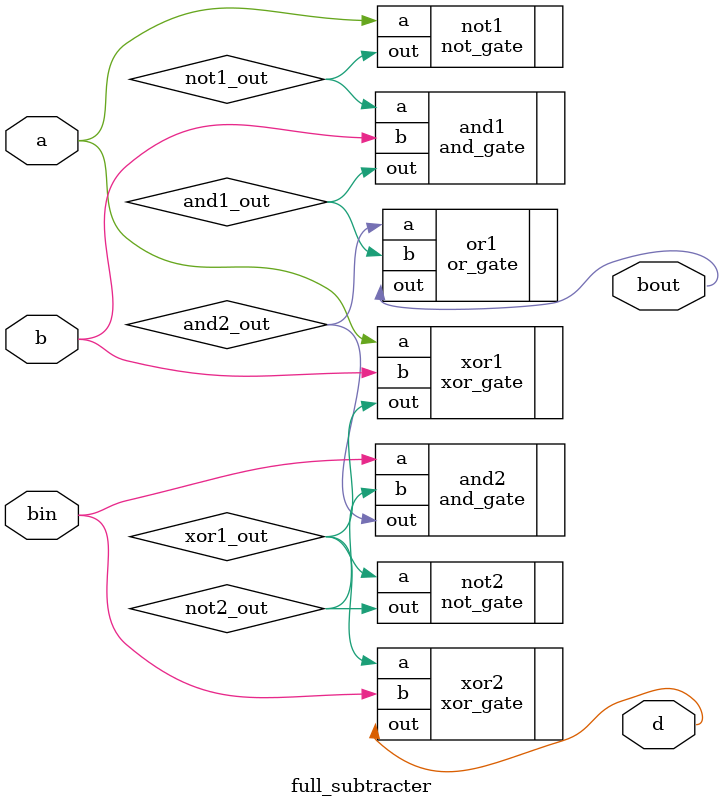
<source format=v>
module full_subtracter (input wire a, b, bin, output wire d, bout);

  wire xor1_out, not1_out, not2_out, and1_out, and2_out;

  xor_gate xor1 (.a(a), .b(b), .out(xor1_out));
  xor_gate xor2 (.a(xor1_out), .b(bin), .out(d));
  not_gate not1 (.a(a), .out(not1_out));
  not_gate not2 (.a(xor1_out), .out(not2_out));
  and_gate and1 (.a(not1_out), .b(b), .out(and1_out));
  and_gate and2 (.a(bin), .b(not2_out), .out(and2_out));
  or_gate or1 (.a(and2_out), .b(and1_out), .out(bout));

endmodule

</source>
